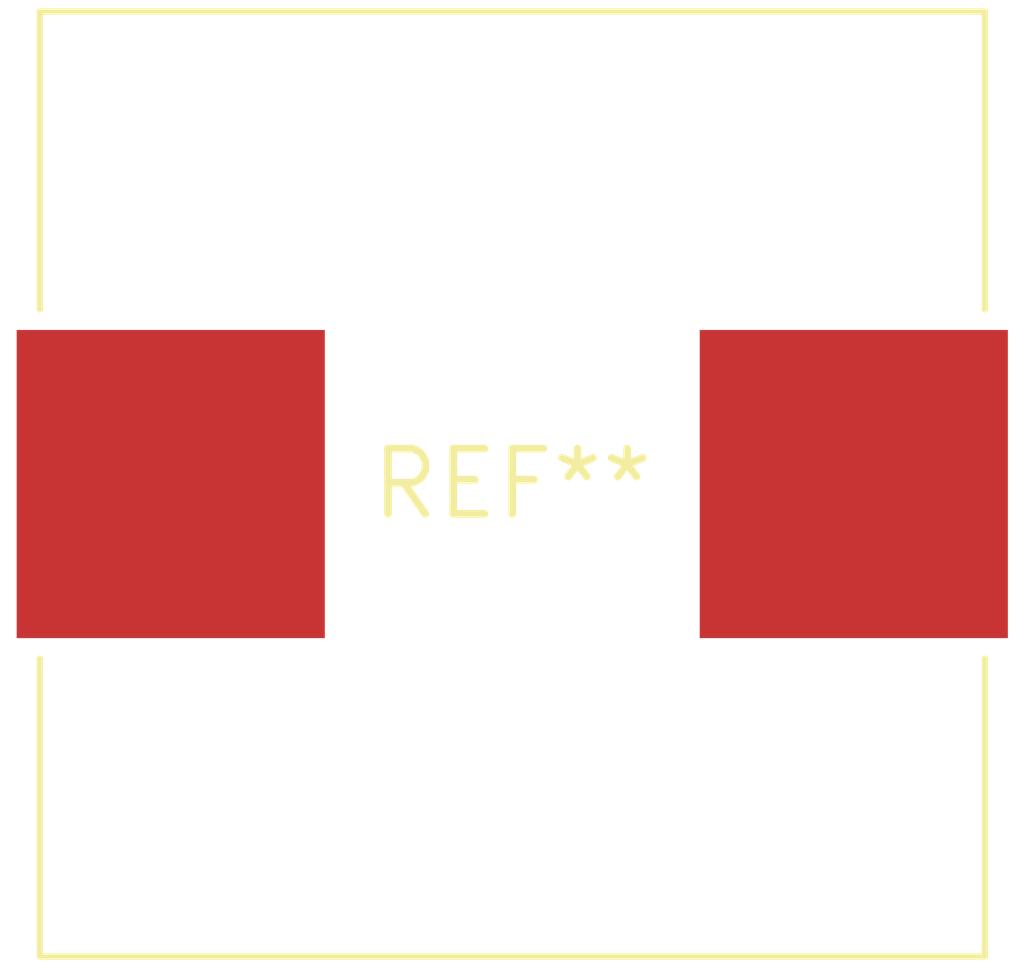
<source format=kicad_pcb>
(kicad_pcb (version 20240108) (generator pcbnew)
  (layers (0 "F.Cu" signal) (31 "B.Cu" signal) (34 "B.Paste" user) (35 "F.Paste" user) (36 "B.SilkS" user "B.Silkscreen") (37 "F.SilkS" user "F.Silkscreen") (38 "B.Mask" user) (39 "F.Mask" user) (44 "Edge.Cuts" user))
  (net 0 "")
  (footprint "L_Wuerth_HCI-1890" (layer "F.Cu") (at 0 0)
    (property "Reference" "REF**")
    (property "Value" "L_Wuerth_HCI-1890")
    (fp_line (start -9.2 -9.2) (end 9.2 -9.2) (layer "F.SilkS") (stroke (width 0.12)))
    (fp_line (start -9.2 -3.4) (end -9.2 -9.2) (layer "F.SilkS") (stroke (width 0.12)))
    (fp_line (start -9.2 3.4) (end -9.2 9.2) (layer "F.SilkS") (stroke (width 0.12)))
    (fp_line (start -9.2 9.2) (end 9.2 9.2) (layer "F.SilkS") (stroke (width 0.12)))
    (fp_line (start 9.2 -9.2) (end 9.2 -3.4) (layer "F.SilkS") (stroke (width 0.12)))
    (fp_line (start 9.2 9.2) (end 9.2 3.4) (layer "F.SilkS") (stroke (width 0.12)))
    (pad "1" smd rect (at -6.65 0) (size 6 6) (layers "F.Cu" "F.Paste" "F.Mask"))
    (pad "2" smd rect (at 6.65 0) (size 6 6) (layers "F.Cu" "F.Paste" "F.Mask"))
  )
)
</source>
